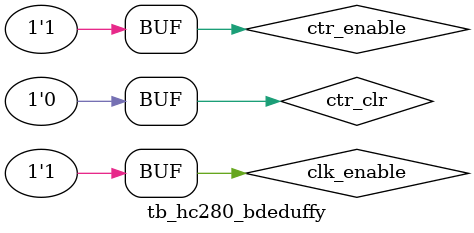
<source format=v>

`timescale 1ns/100ps

module tb_hc280_bdeduffy();
   reg        clk_enable;	// Locally-created clock enable signal
   reg        ctr_enable;	// Locally-created counter enable signal
   reg        ctr_clr;		// Locally-created counter clear signal
   wire       clk_out;		// Clock produced by the clk module
   //wire [8:0] count1, count2;	// Counter outputs for the two 4-bit counters
 wire [8:0] count1;	// Counter outputs for the two 4-bit counters
   wire even, odd;

// Instantiate the clock generator with a period of 100 ns
   clk #(100) clk1(clk_enable, clk_out);

// Intantiate two versions of the counter. ctr1 uses the default values.
// ctr2 overrides the default values of the parameters with #(20,30) ns.
   counter9bit_bdeduffy          ctr1(ctr_enable, ctr_clr, clk_out, count1);
   //counter9bit_bdeduffy #(20,30) ctr2(ctr_enable, ctr_clr, clk_out, count2);

   hc280_bdeduffy          ctr3(count1, even, odd);

// Sequence the ENABLE and CLR signals
   initial begin
      clk_enable = 1;
      ctr_enable = 0;
      ctr_clr = 0;
      #10  ctr_clr = 1;
      #40  ctr_clr = 0;
      #50  ctr_enable = 1;
      #400 ctr_enable = 0;
      #200 ctr_enable = 1;
      #300 ctr_clr = 1;
      #60  ctr_clr = 0;
   end

endmodule

</source>
